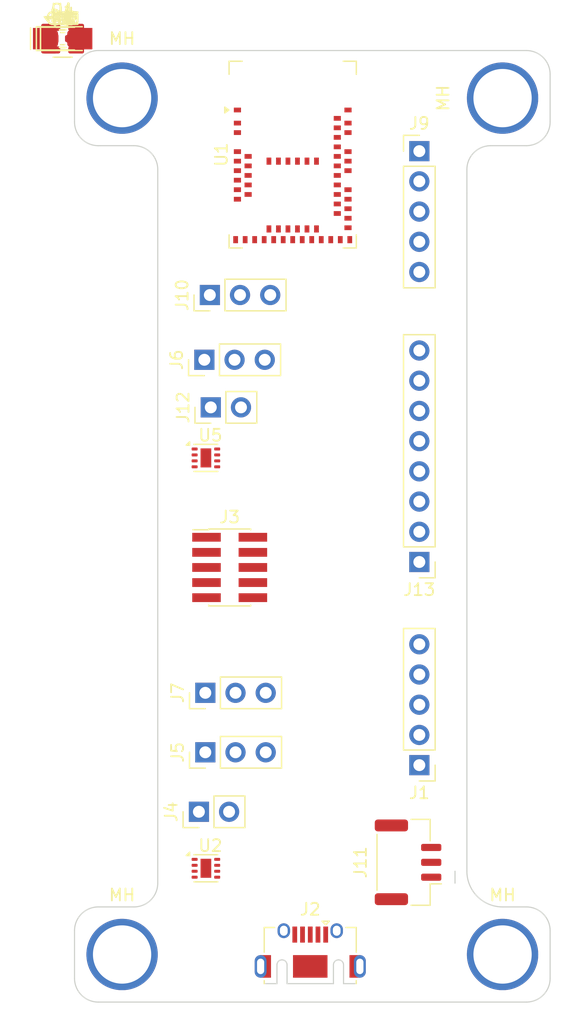
<source format=kicad_pcb>
(kicad_pcb (version 20240108) (generator "pcbnew") (generator_version "8.0")
  (layers (0 "F.Cu" signal) (31 "B.Cu" signal) (34 "B.Paste" user) (35 "F.Paste" user) (36 "B.SilkS" user "B.Silkscreen") (37 "F.SilkS" user "F.Silkscreen") (38 "B.Mask" user) (39 "F.Mask" user) (44 "Edge.Cuts" user))
  (net 0 "")
  (net 1 "VBUS")
  (net 2 "GND")
  (net 3 "/XL1")
  (net 4 "/XL2")
  (net 5 "+3.3V")
  (net 6 "VCC")
  (net 7 "/AREF")
  (net 8 "Net-(D4-K)")
  (net 9 "Net-(D1-A)")
  (net 10 "Net-(D2-A)")
  (net 11 "Net-(D3-A)")
  (net 12 "Net-(J1-Pin_1)")
  (net 13 "Net-(J1-Pin_2)")
  (net 14 "Net-(J1-Pin_3)")
  (net 15 "Net-(J1-Pin_4)")
  (net 16 "Net-(J1-Pin_5)")
  (net 17 "Net-(J2-D-)")
  (net 18 "Net-(J2-D+)")
  (net 20 "/SWDIO")
  (net 21 "/SWDCLK")
  (net 22 "/SWO")
  (net 25 "/~{RESET}")
  (net 26 "Net-(J4-Pin_1)")
  (net 27 "Net-(J4-Pin_2)")
  (net 28 "/P0.14")
  (net 29 "/P0.15")
  (net 30 "/P0.16")
  (net 31 "/P0.17")
  (net 32 "Net-(J12-Pin_1)")
  (net 33 "Net-(J12-Pin_2)")
  (net 34 "Net-(U1-DCCH)")
  (net 35 "/P1.13")
  (net 36 "/P1.14")
  (net 37 "/P1.15")
  (net 38 "/D-")
  (net 39 "/D+")
  (net 40 "Net-(U4-EN)")
  (net 44 "Net-(J1-Pin_6)")
  (net 46 "/P0.27")
  (net 47 "/P0.26")
  (net 57 "/P0.23")
  (net 58 "/P0.22")
  (net 59 "/P0.24")
  (net 60 "/P0.25")
  (net 61 "Net-(J13-Pin_4)")
  (net 64 "Net-(J13-Pin_5)")
  (net 65 "Net-(J13-Pin_2)")
  (net 67 "Net-(J13-Pin_1)")
  (net 68 "Net-(J13-Pin_6)")
  (net 69 "Net-(J13-Pin_3)")
  (footprint "Connector_PinHeader_2.54mm:PinHeader_1x03_P2.54mm_Vertical" (layer "F.Cu") (at 106.92 64 90)
    (property "Reference" "J6" (at 0 -2.33 90) (layer "F.SilkS"))
    (property "Value" "SERVO2")
    (pad "1" thru_hole rect (at 0 0 90) (size 1.7 1.7) (drill 1) (layers "*.Cu" "*.Mask") (net 29 "/P0.15"))
    (pad "2" thru_hole oval (at 0 2.54 90) (size 1.7 1.7) (drill 1) (layers "*.Cu" "*.Mask") (net 6 "VCC"))
    (pad "3" thru_hole oval (at 0 5.08 90) (size 1.7 1.7) (drill 1) (layers "*.Cu" "*.Mask") (net 2 "GND"))
  )
  (footprint "Connector_JST:JST_GH_BM03B-GHS-TBT_1x03-1MP_P1.25mm_Vertical" (layer "F.Cu") (at 124.05 106.25 90)
    (property "Reference" "J11" (at 0 -4 90) (layer "F.SilkS"))
    (property "Value" "Conn_01x03")
    (pad "1" smd roundrect (at -1.25 1.95 90) (size 0.6 1.7) (layers "F.Cu" "F.Paste" "F.Mask") (net 1 "VBUS"))
    (pad "2" smd roundrect (at 0 1.95 90) (size 0.6 1.7) (layers "F.Cu" "F.Paste" "F.Mask"))
    (pad "3" smd roundrect (at 1.25 1.95 90) (size 0.6 1.7) (layers "F.Cu" "F.Paste" "F.Mask") (net 2 "GND"))
    (pad "MP" smd roundrect (at -3.1 -1.4 90) (size 1 2.8) (layers "F.Cu" "F.Paste" "F.Mask"))
    (pad "MP" smd roundrect (at 3.1 -1.4 90) (size 1 2.8) (layers "F.Cu" "F.Paste" "F.Mask"))
  )
  (footprint "Capacitor_SMD:C_0805_2012Metric_Pad1.18x1.45mm_HandSolder" (layer "F.Cu") (at 95 37)
    (property "Reference" "C6" (at 0 -1.68 0) (layer "F.SilkS"))
    (property "Value" "0.1 uF")
    (pad "1" smd roundrect (at -1.0375 0) (size 1.175 1.45) (layers "F.Cu" "F.Paste" "F.Mask") (roundrect_rratio 0.212766) (net 5 "+3.3V"))
    (pad "2" smd roundrect (at 1.0375 0) (size 1.175 1.45) (layers "F.Cu" "F.Paste" "F.Mask") (roundrect_rratio 0.212766) (net 2 "GND"))
  )
  (footprint "Connector_PinHeader_2.54mm:PinHeader_1x02_P2.54mm_Vertical" (layer "F.Cu") (at 106.46 102 90)
    (property "Reference" "J4" (at 0 -2.33 90) (layer "F.SilkS"))
    (property "Value" "MOTOR2")
    (pad "1" thru_hole rect (at 0 0 90) (size 1.7 1.7) (drill 1) (layers "*.Cu" "*.Mask") (net 26 "Net-(J4-Pin_1)"))
    (pad "2" thru_hole oval (at 0 2.54 90) (size 1.7 1.7) (drill 1) (layers "*.Cu" "*.Mask") (net 27 "Net-(J4-Pin_2)"))
  )
  (footprint "Capacitor_SMD:C_0805_2012Metric_Pad1.18x1.45mm_HandSolder" (layer "F.Cu") (at 95 37)
    (property "Reference" "C8" (at 0 -1.68 0) (layer "F.SilkS"))
    (property "Value" "10 uF")
    (pad "1" smd roundrect (at -1.0375 0) (size 1.175 1.45) (layers "F.Cu" "F.Paste" "F.Mask") (roundrect_rratio 0.212766) (net 1 "VBUS"))
    (pad "2" smd roundrect (at 1.0375 0) (size 1.175 1.45) (layers "F.Cu" "F.Paste" "F.Mask") (roundrect_rratio 0.212766) (net 2 "GND"))
  )
  (footprint "Connector_PinHeader_2.54mm:PinHeader_1x03_P2.54mm_Vertical" (layer "F.Cu") (at 107 92 90)
    (property "Reference" "J7" (at 0 -2.33 90) (layer "F.SilkS"))
    (property "Value" "SERVO3")
    (pad "1" thru_hole rect (at 0 0 90) (size 1.7 1.7) (drill 1) (layers "*.Cu" "*.Mask") (net 30 "/P0.16"))
    (pad "2" thru_hole oval (at 0 2.54 90) (size 1.7 1.7) (drill 1) (layers "*.Cu" "*.Mask") (net 6 "VCC"))
    (pad "3" thru_hole oval (at 0 5.08 90) (size 1.7 1.7) (drill 1) (layers "*.Cu" "*.Mask") (net 2 "GND"))
  )
  (footprint "Capacitor_SMD:C_0805_2012Metric_Pad1.18x1.45mm_HandSolder" (layer "F.Cu") (at 95 37)
    (property "Reference" "C12" (at 0 -1.68 0) (layer "F.SilkS"))
    (property "Value" "10 uF")
    (pad "1" smd roundrect (at -1.0375 0) (size 1.175 1.45) (layers "F.Cu" "F.Paste" "F.Mask") (roundrect_rratio 0.212766) (net 8 "Net-(D4-K)"))
    (pad "2" smd roundrect (at 1.0375 0) (size 1.175 1.45) (layers "F.Cu" "F.Paste" "F.Mask") (roundrect_rratio 0.212766) (net 2 "GND"))
  )
  (footprint "Connector_PinHeader_1.27mm:PinHeader_2x05_P1.27mm_Vertical_SMD" (layer "F.Cu") (at 109.05 81.46)
    (property "Reference" "J3" (at 0 -4.235 0) (layer "F.SilkS"))
    (property "Value" "Conn_ARM_JTAG_SWD_10")
    (pad "1" smd rect (at -1.95 -2.54) (size 2.4 0.74) (layers "F.Cu" "F.Paste" "F.Mask") (net 5 "+3.3V"))
    (pad "2" smd rect (at 1.95 -2.54) (size 2.4 0.74) (layers "F.Cu" "F.Paste" "F.Mask") (net 20 "/SWDIO"))
    (pad "3" smd rect (at -1.95 -1.27) (size 2.4 0.74) (layers "F.Cu" "F.Paste" "F.Mask") (net 2 "GND"))
    (pad "4" smd rect (at 1.95 -1.27) (size 2.4 0.74) (layers "F.Cu" "F.Paste" "F.Mask") (net 21 "/SWDCLK"))
    (pad "5" smd rect (at -1.95 0) (size 2.4 0.74) (layers "F.Cu" "F.Paste" "F.Mask") (net 2 "GND"))
    (pad "6" smd rect (at 1.95 0) (size 2.4 0.74) (layers "F.Cu" "F.Paste" "F.Mask") (net 22 "/SWO"))
    (pad "7" smd rect (at -1.95 1.27) (size 2.4 0.74) (layers "F.Cu" "F.Paste" "F.Mask"))
    (pad "8" smd rect (at 1.95 1.27) (size 2.4 0.74) (layers "F.Cu" "F.Paste" "F.Mask"))
    (pad "9" smd rect (at -1.95 2.54) (size 2.4 0.74) (layers "F.Cu" "F.Paste" "F.Mask") (net 2 "GND"))
    (pad "10" smd rect (at 1.95 2.54) (size 2.4 0.74) (layers "F.Cu" "F.Paste" "F.Mask") (net 25 "/~{RESET}"))
  )
  (footprint "Resistor_SMD:R_0805_2012Metric_Pad1.20x1.40mm_HandSolder" (layer "F.Cu") (at 95 37)
    (property "Reference" "R3" (at 0 -1.65 0) (layer "F.SilkS"))
    (property "Value" "1.5k")
    (pad "1" smd roundrect (at -1 0) (size 1.2 1.4) (layers "F.Cu" "F.Paste" "F.Mask") (roundrect_rratio 0.208333) (net 37 "/P1.15"))
    (pad "2" smd roundrect (at 1 0) (size 1.2 1.4) (layers "F.Cu" "F.Paste" "F.Mask") (roundrect_rratio 0.208333) (net 11 "Net-(D3-A)"))
  )
  (footprint "Connector_PinHeader_2.54mm:PinHeader_1x05_P2.54mm_Vertical" (layer "F.Cu") (at 125 98.08 180)
    (property "Reference" "J1" (at 0 -2.33 0) (layer "F.SilkS"))
    (property "Value" "Conn_01x06")
    (pad "1" thru_hole rect (at 0 0 180) (size 1.7 1.7) (drill 1) (layers "*.Cu" "*.Mask") (net 12 "Net-(J1-Pin_1)"))
    (pad "2" thru_hole oval (at 0 2.54 180) (size 1.7 1.7) (drill 1) (layers "*.Cu" "*.Mask") (net 13 "Net-(J1-Pin_2)"))
    (pad "3" thru_hole oval (at 0 5.08 180) (size 1.7 1.7) (drill 1) (layers "*.Cu" "*.Mask") (net 14 "Net-(J1-Pin_3)"))
    (pad "4" thru_hole oval (at 0 7.62 180) (size 1.7 1.7) (drill 1) (layers "*.Cu" "*.Mask") (net 15 "Net-(J1-Pin_4)"))
    (pad "5" thru_hole oval (at 0 10.16 180) (size 1.7 1.7) (drill 1) (layers "*.Cu" "*.Mask") (net 16 "Net-(J1-Pin_5)"))
  )
  (footprint "LED_SMD:LED_0805_2012Metric_Pad1.15x1.40mm_HandSolder" (layer "F.Cu") (at 95 37)
    (property "Reference" "D3" (at 0 -1.65 0) (layer "F.SilkS"))
    (property "Value" "LED")
    (pad "1" smd roundrect (at -1.025 0) (size 1.15 1.4) (layers "F.Cu" "F.Paste" "F.Mask") (roundrect_rratio 0.217391) (net 2 "GND"))
    (pad "2" smd roundrect (at 1.025 0) (size 1.15 1.4) (layers "F.Cu" "F.Paste" "F.Mask") (roundrect_rratio 0.217391) (net 11 "Net-(D3-A)"))
  )
  (footprint "Crystal:Crystal_SMD_MicroCrystal_CC7V-T1A-2Pin_3.2x1.5mm_HandSoldering" (layer "F.Cu") (at 95 37)
    (property "Reference" "Y1" (at 0 -1.95 0) (layer "F.SilkS"))
    (property "Value" "32768 KHz")
    (pad "1" smd rect (at -1.625 0) (size 1.75 1.8) (layers "F.Cu" "F.Paste" "F.Mask") (net 4 "/XL2"))
    (pad "2" smd rect (at 1.625 0) (size 1.75 1.8) (layers "F.Cu" "F.Paste" "F.Mask") (net 3 "/XL1"))
  )
  (footprint "Connector_PinHeader_2.54mm:PinHeader_1x08_P2.54mm_Vertical" (layer "F.Cu") (at 125 81 180)
    (property "Reference" "J13" (at 0 -2.33 0) (layer "F.SilkS"))
    (property "Value" "GPIO")
    (pad "1" thru_hole rect (at 0 0 180) (size 1.7 1.7) (drill 1) (layers "*.Cu" "*.Mask") (net 67 "Net-(J13-Pin_1)"))
    (pad "2" thru_hole oval (at 0 2.54 180) (size 1.7 1.7) (drill 1) (layers "*.Cu" "*.Mask") (net 65 "Net-(J13-Pin_2)"))
    (pad "3" thru_hole oval (at 0 5.08 180) (size 1.7 1.7) (drill 1) (layers "*.Cu" "*.Mask") (net 69 "Net-(J13-Pin_3)"))
    (pad "4" thru_hole oval (at 0 7.62 180) (size 1.7 1.7) (drill 1) (layers "*.Cu" "*.Mask") (net 61 "Net-(J13-Pin_4)"))
    (pad "5" thru_hole oval (at 0 10.16 180) (size 1.7 1.7) (drill 1) (layers "*.Cu" "*.Mask") (net 64 "Net-(J13-Pin_5)"))
    (pad "6" thru_hole oval (at 0 12.7 180) (size 1.7 1.7) (drill 1) (layers "*.Cu" "*.Mask") (net 68 "Net-(J13-Pin_6)"))
    (pad "7" thru_hole oval (at 0 15.24 180) (size 1.7 1.7) (drill 1) (layers "*.Cu" "*.Mask") (net 2 "GND"))
    (pad "8" thru_hole oval (at 0 17.78 180) (size 1.7 1.7) (drill 1) (layers "*.Cu" "*.Mask") (net 5 "+3.3V"))
  )
  (footprint "Capacitor_SMD:C_0805_2012Metric_Pad1.18x1.45mm_HandSolder" (layer "F.Cu") (at 95 37)
    (property "Reference" "C9" (at 0 -1.68 0) (layer "F.SilkS"))
    (property "Value" "0.1 uF")
    (pad "1" smd roundrect (at -1.0375 0) (size 1.175 1.45) (layers "F.Cu" "F.Paste" "F.Mask") (roundrect_rratio 0.212766) (net 5 "+3.3V"))
    (pad "2" smd roundrect (at 1.0375 0) (size 1.175 1.45) (layers "F.Cu" "F.Paste" "F.Mask") (roundrect_rratio 0.212766) (net 2 "GND"))
  )
  (footprint "LED_SMD:LED_0805_2012Metric_Pad1.15x1.40mm_HandSolder" (layer "F.Cu") (at 95 37)
    (property "Reference" "D1" (at 0 -1.65 0) (layer "F.SilkS"))
    (property "Value" "LED")
    (pad "1" smd roundrect (at -1.025 0) (size 1.15 1.4) (layers "F.Cu" "F.Paste" "F.Mask") (roundrect_rratio 0.217391) (net 2 "GND"))
    (pad "2" smd roundrect (at 1.025 0) (size 1.15 1.4) (layers "F.Cu" "F.Paste" "F.Mask") (roundrect_rratio 0.217391) (net 9 "Net-(D1-A)"))
  )
  (footprint "Brickmount:brick-1x1" (layer "F.Cu") (at 132 42 90)
    (property "Reference" "MH" (at 0 -5 90) (layer "F.SilkS"))
    (property "Value" "brick-1x1")
    (pad "1" thru_hole circle (at 0 0 90) (size 6 6) (drill 4.9) (layers "*.Cu" "*.Mask"))
  )
  (footprint "Capacitor_SMD:C_0805_2012Metric_Pad1.18x1.45mm_HandSolder" (layer "F.Cu") (at 95 37)
    (property "Reference" "C3" (at 0 -1.68 0) (layer "F.SilkS"))
    (property "Value" "0.1 uF")
    (pad "1" smd roundrect (at -1.0375 0) (size 1.175 1.45) (layers "F.Cu" "F.Paste" "F.Mask") (roundrect_rratio 0.212766) (net 5 "+3.3V"))
    (pad "2" smd roundrect (at 1.0375 0) (size 1.175 1.45) (layers "F.Cu" "F.Paste" "F.Mask") (roundrect_rratio 0.212766) (net 2 "GND"))
  )
  (footprint "Brickmount:brick-1x1" (layer "F.Cu") (at 100 42)
    (property "Reference" "MH" (at 0 -5 0) (layer "F.SilkS"))
    (property "Value" "brick-1x1")
    (pad "1" thru_hole circle (at 0 0) (size 6 6) (drill 4.9) (layers "*.Cu" "*.Mask"))
  )
  (footprint "Package_SON:WSON-8-1EP_2x2mm_P0.5mm_EP0.9x1.6mm" (layer "F.Cu") (at 107.05 106.75)
    (property "Reference" "U2" (at 0.38 -1.9 0) (layer "F.SilkS"))
    (property "Value" "MOTOR2_DRV")
    (pad "1" smd roundrect (at -0.95 -0.75) (size 0.5 0.25) (layers "F.Cu" "F.Paste" "F.Mask") (net 6 "VCC"))
    (pad "2" smd roundrect (at -0.95 -0.25) (size 0.5 0.25) (layers "F.Cu" "F.Paste" "F.Mask") (net 26 "Net-(J4-Pin_1)"))
    (pad "3" smd roundrect (at -0.95 0.25) (size 0.5 0.25) (layers "F.Cu" "F.Paste" "F.Mask") (net 27 "Net-(J4-Pin_2)"))
    (pad "4" smd roundrect (at -0.95 0.75) (size 0.5 0.25) (layers "F.Cu" "F.Paste" "F.Mask") (net 2 "GND"))
    (pad "5" smd roundrect (at 0.95 0.75) (size 0.5 0.25) (layers "F.Cu" "F.Paste" "F.Mask") (net 46 "/P0.27"))
    (pad "6" smd roundrect (at 0.95 0.25) (size 0.5 0.25) (layers "F.Cu" "F.Paste" "F.Mask") (net 47 "/P0.26"))
    (pad "7" smd roundrect (at 0.95 -0.25) (size 0.5 0.25) (layers "F.Cu" "F.Paste" "F.Mask") (net 60 "/P0.25"))
    (pad "8" smd roundrect (at 0.95 -0.75) (size 0.5 0.25) (layers "F.Cu" "F.Paste" "F.Mask") (net 5 "+3.3V"))
    (pad "9" smd rect (at 0 0) (size 0.9 1.6) (layers "F.Cu" "F.Mask") (net 2 "GND"))
  )
  (footprint "Capacitor_SMD:C_0805_2012Metric_Pad1.18x1.45mm_HandSolder" (layer "F.Cu") (at 95 37)
    (property "Reference" "C11" (at 0 -1.68 0) (layer "F.SilkS"))
    (property "Value" "0.1 uF")
    (pad "1" smd roundrect (at -1.0375 0) (size 1.175 1.45) (layers "F.Cu" "F.Paste" "F.Mask") (roundrect_rratio 0.212766) (net 7 "/AREF"))
    (pad "2" smd roundrect (at 1.0375 0) (size 1.175 1.45) (layers "F.Cu" "F.Paste" "F.Mask") (roundrect_rratio 0.212766) (net 2 "GND"))
  )
  (footprint "LED_SMD:LED_0805_2012Metric_Pad1.15x1.40mm_HandSolder" (layer "F.Cu") (at 95 37)
    (property "Reference" "D2" (at 0 -1.65 0) (layer "F.SilkS"))
    (property "Value" "LED")
    (pad "1" smd roundrect (at -1.025 0) (size 1.15 1.4) (layers "F.Cu" "F.Paste" "F.Mask") (roundrect_rratio 0.217391) (net 2 "GND"))
    (pad "2" smd roundrect (at 1.025 0) (size 1.15 1.4) (layers "F.Cu" "F.Paste" "F.Mask") (roundrect_rratio 0.217391) (net 10 "Net-(D2-A)"))
  )
  (footprint "Resistor_SMD:R_0805_2012Metric_Pad1.20x1.40mm_HandSolder" (layer "F.Cu") (at 95 37)
    (property "Reference" "R6" (at 0 -1.65 0) (layer "F.SilkS"))
    (property "Value" "100k")
    (pad "1" smd roundrect (at -1 0) (size 1.2 1.4) (layers "F.Cu" "F.Paste" "F.Mask") (roundrect_rratio 0.208333) (net 1 "VBUS"))
    (pad "2" smd roundrect (at 1 0) (size 1.2 1.4) (layers "F.Cu" "F.Paste" "F.Mask") (roundrect_rratio 0.208333) (net 2 "GND"))
  )
  (footprint "Capacitor_SMD:C_0805_2012Metric_Pad1.18x1.45mm_HandSolder" (layer "F.Cu") (at 95 37)
    (property "Reference" "C7" (at 0 -1.68 0) (layer "F.SilkS"))
    (property "Value" "0.1 uF")
    (pad "1" smd roundrect (at -1.0375 0) (size 1.175 1.45) (layers "F.Cu" "F.Paste" "F.Mask") (roundrect_rratio 0.212766) (net 6 "VCC"))
    (pad "2" smd roundrect (at 1.0375 0) (size 1.175 1.45) (layers "F.Cu" "F.Paste" "F.Mask") (roundrect_rratio 0.212766) (net 2 "GND"))
  )
  (footprint "Capacitor_SMD:C_0805_2012Metric_Pad1.18x1.45mm_HandSolder" (layer "F.Cu") (at 95 37)
    (property "Reference" "C10" (at 0 -1.68 0) (layer "F.SilkS"))
    (property "Value" "0.1 uF")
    (pad "1" smd roundrect (at -1.0375 0) (size 1.175 1.45) (layers "F.Cu" "F.Paste" "F.Mask") (roundrect_rratio 0.212766) (net 5 "+3.3V"))
    (pad "2" smd roundrect (at 1.0375 0) (size 1.175 1.45) (layers "F.Cu" "F.Paste" "F.Mask") (roundrect_rratio 0.212766) (net 2 "GND"))
  )
  (footprint "Connector_USB:USB_Micro-AB_Molex_47590-0001" (layer "F.Cu") (at 115.825 115)
    (property "Reference" "J2" (at 0 -4.8 180) (layer "F.SilkS"))
    (property "Value" "USB_B_Micro")
    (fp_line (start -3.75 1.45) (end -2.8 1.45) (stroke (width 0.1)) (layer "Edge.Cuts"))
    (fp_line (start -2.8 -0.125) (end -2.8 1.45) (stroke (width 0.1)) (layer "Edge.Cuts"))
    (fp_line (start -1.95 -0.125) (end -1.95 1.45) (stroke (width 0.1)) (layer "Edge.Cuts"))
    (fp_line (start -1.95 1.45) (end 1.95 1.45) (stroke (width 0.1)) (layer "Edge.Cuts"))
    (fp_line (start 1.95 -0.125) (end 1.95 1.45) (stroke (width 0.1)) (layer "Edge.Cuts"))
    (fp_line (start 2.8 -0.125) (end 2.8 1.45) (stroke (width 0.1)) (layer "Edge.Cuts"))
    (fp_line (start 2.8 1.45) (end 3.75 1.45) (stroke (width 0.1)) (layer "Edge.Cuts"))
    (fp_arc (start -2.8 -0.125) (mid -2.375 -0.55) (end -1.95 -0.125) (stroke (width 0.1)) (layer "Edge.Cuts"))
    (fp_arc (start 1.95 -0.125) (mid 2.375 -0.55) (end 2.8 -0.125) (stroke (width 0.1)) (layer "Edge.Cuts"))
    (pad "1" smd rect (at 1.3 -2.675) (size 0.4 1.35) (layers "F.Cu" "F.Paste" "F.Mask") (net 1 "VBUS"))
    (pad "2" smd rect (at 0.65 -2.675) (size 0.4 1.35) (layers "F.Cu" "F.Paste" "F.Mask") (net 17 "Net-(J2-D-)"))
    (pad "3" smd rect (at 0 -2.675) (size 0.4 1.35) (layers "F.Cu" "F.Paste" "F.Mask") (net 18 "Net-(J2-D+)"))
    (pad "4" smd rect (at -0.65 -2.675) (size 0.4 1.35) (layers "F.Cu" "F.Paste" "F.Mask"))
    (pad "5" smd rect (at -1.3 -2.675) (size 0.4 1.35) (layers "F.Cu" "F.Paste" "F.Mask") (net 2 "GND"))
    (pad "6" thru_hole oval (at -4.175 0) (size 1 1.9) (drill oval 0.6 1.3) (layers "*.Cu" "*.Mask") (net 2 "GND"))
    (pad "6" smd rect (at -3.7375 0) (size 0.875 1.9) (layers "F.Cu" "F.Mask") (net 2 "GND"))
    (pad "6" thru_hole oval (at -2.225 -3) (size 1.05 1.25) (drill oval 0.65 0.85) (layers "*.Cu" "*.Mask") (net 2 "GND"))
    (pad "6" smd rect (at 0 0) (size 2.9 1.9) (layers "F.Cu" "F.Paste" "F.Mask") (net 2 "GND"))
    (pad "6" thru_hole oval (at 2.225 -3) (size 1.05 1.25) (drill oval 0.65 0.85) (layers "*.Cu" "*.Mask") (net 2 "GND"))
    (pad "6" smd rect (at 3.7375 0) (size 0.875 1.9) (layers "F.Cu" "F.Mask") (net 2 "GND"))
    (pad "6" thru_hole oval (at 4.175 0) (size 1 1.9) (drill oval 0.6 1.3) (layers "*.Cu" "*.Mask") (net 2 "GND"))
  )
  (footprint "Resistor_SMD:R_0805_2012Metric_Pad1.20x1.40mm_HandSolder" (layer "F.Cu") (at 95 37)
    (property "Reference" "R4" (at 0 -1.65 0) (layer "F.SilkS"))
    (property "Value" "27R")
    (pad "1" smd roundrect (at -1 0) (size 1.2 1.4) (layers "F.Cu" "F.Paste" "F.Mask") (roundrect_rratio 0.208333) (net 17 "Net-(J2-D-)"))
    (pad "2" smd roundrect (at 1 0) (size 1.2 1.4) (layers "F.Cu" "F.Paste" "F.Mask") (roundrect_rratio 0.208333) (net 38 "/D-"))
  )
  (footprint "Package_TO_SOT_SMD:SOT-23-5" (layer "F.Cu") (at 95 37)
    (property "Reference" "U4" (at 0 -2.4 0) (layer "F.SilkS"))
    (property "Value" "AP2112K-3.3")
    (pad "1" smd roundrect (at -1.1375 -0.95) (size 1.325 0.6) (layers "F.Cu" "F.Paste" "F.Mask") (net 8 "Net-(D4-K)"))
    (pad "2" smd roundrect (at -1.1375 0) (size 1.325 0.6) (layers "F.Cu" "F.Paste" "F.Mask") (net 2 "GND"))
    (pad "3" smd roundrect (at -1.1375 0.95) (size 1.325 0.6) (layers "F.Cu" "F.Paste" "F.Mask") (net 40 "Net-(U4-EN)"))
    (pad "4" smd roundrect (at 1.1375 0.95) (size 1.325 0.6) (layers "F.Cu" "F.Paste" "F.Mask"))
    (pad "5" smd roundrect (at 1.1375 -0.95) (size 1.325 0.6) (layers "F.Cu" "F.Paste" "F.Mask") (net 5 "+3.3V"))
  )
  (footprint "Inductor_SMD:L_0603_1608Metric_Pad1.05x0.95mm_HandSolder" (layer "F.Cu") (at 95 37)
    (property "Reference" "L1" (at 0 -1.43 0) (layer "F.SilkS"))
    (property "Value" "10 uH")
    (pad "1" smd roundrect (at -0.875 0) (size 1.05 0.95) (layers "F.Cu" "F.Paste" "F.Mask") (net 34 "Net-(U1-DCCH)"))
    (pad "2" smd roundrect (at 0.875 0) (size 1.05 0.95) (layers "F.Cu" "F.Paste" "F.Mask") (net 5 "+3.3V"))
  )
  (footprint "Capacitor_SMD:C_0805_2012Metric_Pad1.18x1.45mm_HandSolder" (layer "F.Cu") (at 95 37)
    (property "Reference" "C1" (at 0 -1.68 0) (layer "F.SilkS"))
    (property "Value" "12 pF")
    (pad "1" smd roundrect (at -1.0375 0) (size 1.175 1.45) (layers "F.Cu" "F.Paste" "F.Mask") (roundrect_rratio 0.212766) (net 3 "/XL1"))
    (pad "2" smd roundrect (at 1.0375 0) (size 1.175 1.45) (layers "F.Cu" "F.Paste" "F.Mask") (roundrect_rratio 0.212766) (net 2 "GND"))
  )
  (footprint "Capacitor_SMD:C_0805_2012Metric_Pad1.18x1.45mm_HandSolder" (layer "F.Cu") (at 95 37)
    (property "Reference" "C5" (at 0 -1.68 0) (layer "F.SilkS"))
    (property "Value" "10 uF")
    (pad "1" smd roundrect (at -1.0375 0) (size 1.175 1.45) (layers "F.Cu" "F.Paste" "F.Mask") (roundrect_rratio 0.212766) (net 5 "+3.3V"))
    (pad "2" smd roundrect (at 1.0375 0) (size 1.175 1.45) (layers "F.Cu" "F.Paste" "F.Mask") (roundrect_rratio 0.212766) (net 2 "GND"))
  )
  (footprint "Package_SON:WSON-8-1EP_2x2mm_P0.5mm_EP0.9x1.6mm" (layer "F.Cu") (at 107.05 72.25)
    (property "Reference" "U5" (at 0.38 -1.9 0) (layer "F.SilkS"))
    (property "Value" "MOTOR1_DRV")
    (pad "1" smd roundrect (at -0.95 -0.75) (size 0.5 0.25) (layers "F.Cu" "F.Paste" "F.Mask") (net 6 "VCC"))
    (pad "2" smd roundrect (at -0.95 -0.25) (size 0.5 0.25) (layers "F.Cu" "F.Paste" "F.Mask") (net 32 "Net-(J12-Pin_1)"))
    (pad "3" smd roundrect (at -0.95 0.25) (size 0.5 0.25) (layers "F.Cu" "F.Paste" "F.Mask") (net 33 "Net-(J12-Pin_2)"))
    (pad "4" smd roundrect (at -0.95 0.75) (size 0.5 0.25) (layers "F.Cu" "F.Paste" "F.Mask") (net 2 "GND"))
    (pad "5" smd roundrect (at 0.95 0.75) (size 0.5 0.25) (layers "F.Cu" "F.Paste" "F.Mask") (net 59 "/P0.24"))
    (pad "6" smd roundrect (at 0.95 0.25) (size 0.5 0.25) (layers "F.Cu" "F.Paste" "F.Mask") (net 57 "/P0.23"))
    (pad "7" smd roundrect (at 0.95 -0.25) (size 0.5 0.25) (layers "F.Cu" "F.Paste" "F.Mask") (net 58 "/P0.22"))
    (pad "8" smd roundrect (at 0.95 -0.75) (size 0.5 0.25) (layers "F.Cu" "F.Paste" "F.Mask") (net 5 "+3.3V"))
    (pad "9" smd rect (at 0 0) (size 0.9 1.6) (layers "F.Cu" "F.Mask") (net 2 "GND"))
  )
  (footprint "Package_TO_SOT_SMD:SOT-23" (layer "F.Cu") (at 95 37)
    (property "Reference" "Q1" (at 0 -2.4 0) (layer "F.SilkS"))
    (property "Value" "DMG2305")
    (pad "1" smd roundrect (at -0.9375 -0.95) (size 1.475 0.6) (layers "F.Cu" "F.Paste" "F.Mask") (net 1 "VBUS"))
    (pad "2" smd roundrect (at -0.9375 0.95) (size 1.475 0.6) (layers "F.Cu" "F.Paste" "F.Mask") (net 8 "Net-(D4-K)"))
    (pad "3" smd roundrect (at 0.9375 0) (size 1.475 0.6) (layers "F.Cu" "F.Paste" "F.Mask") (net 1 "VBUS"))
  )
  (footprint "Resistor_SMD:R_0805_2012Metric_Pad1.20x1.40mm_HandSolder" (layer "F.Cu") (at 95 37)
    (property "Reference" "R2" (at 0 -1.65 0) (layer "F.SilkS"))
    (property "Value" "1.5k")
    (pad "1" smd roundrect (at -1 0) (size 1.2 1.4) (layers "F.Cu" "F.Paste" "F.Mask") (roundrect_rratio 0.208333) (net 36 "/P1.14"))
    (pad "2" smd roundrect (at 1 0) (size 1.2 1.4) (layers "F.Cu" "F.Paste" "F.Mask") (roundrect_rratio 0.208333) (net 10 "Net-(D2-A)"))
  )
  (footprint "Connector_PinHeader_2.54mm:PinHeader_1x03_P2.54mm_Vertical" (layer "F.Cu") (at 107 97 90)
    (property "Reference" "J5" (at 0 -2.33 90) (layer "F.SilkS"))
    (property "Value" "SERVO1")
    (pad "1" thru_hole rect (at 0 0 90) (size 1.7 1.7) (drill 1) (layers "*.Cu" "*.Mask") (net 28 "/P0.14"))
    (pad "2" thru_hole oval (at 0 2.54 90) (size 1.7 1.7) (drill 1) (layers "*.Cu" "*.Mask") (net 6 "VCC"))
    (pad "3" thru_hole oval (at 0 5.08 90) (size 1.7 1.7) (drill 1) (layers "*.Cu" "*.Mask") (net 2 "GND"))
  )
  (footprint "Connector_PinHeader_2.54mm:PinHeader_1x03_P2.54mm_Vertical" (layer "F.Cu") (at 107.38 58.555 90)
    (property "Reference" "J10" (at 0 -2.33 90) (layer "F.SilkS"))
    (property "Value" "SERVO4")
    (pad "1" thru_hole rect (at 0 0 90) (size 1.7 1.7) (drill 1) (layers "*.Cu" "*.Mask") (net 31 "/P0.17"))
    (pad "2" thru_hole oval (at 0 2.54 90) (size 1.7 1.7) (drill 1) (layers "*.Cu" "*.Mask") (net 6 "VCC"))
    (pad "3" thru_hole oval (at 0 5.08 90) (size 1.7 1.7) (drill 1) (layers "*.Cu" "*.Mask") (net 2 "GND"))
  )
  (footprint "Brickmount:brick-1x1" (layer "F.Cu") (at 100 114)
    (property "Reference" "MH" (at 0 -5 0) (layer "F.SilkS"))
    (property "Value" "brick-1x1")
    (pad "1" thru_hole circle (at 0 0) (size 6 6) (drill 4.9) (layers "*.Cu" "*.Mask"))
  )
  (footprint "Brickmount:brick-1x1" (layer "F.Cu") (at 132 114)
    (property "Reference" "MH" (at 0 -5 0) (layer "F.SilkS"))
    (property "Value" "brick-1x1")
    (pad "1" thru_hole circle (at 0 0) (size 6 6) (drill 4.9) (layers "*.Cu" "*.Mask"))
  )
  (footprint "Connector_PinHeader_2.54mm:PinHeader_1x05_P2.54mm_Vertical" (layer "F.Cu") (at 125 46.46)
    (property "Reference" "J9" (at 0 -2.33 0) (layer "F.SilkS"))
    (property "Value" "POWER")
    (pad "1" thru_hole rect (at 0 0) (size 1.7 1.7) (drill 1) (layers "*.Cu" "*.Mask") (net 6 "VCC"))
    (pad "2" thru_hole oval (at 0 2.54) (size 1.7 1.7) (drill 1) (layers "*.Cu" "*.Mask") (net 1 "VBUS"))
    (pad "3" thru_hole oval (at 0 5.08) (size 1.7 1.7) (drill 1) (layers "*.Cu" "*.Mask") (net 2 "GND"))
    (pad "4" thru_hole oval (at 0 7.62) (size 1.7 1.7) (drill 1) (layers "*.Cu" "*.Mask") (net 5 "+3.3V"))
    (pad "5" thru_hole oval (at 0 10.16) (size 1.7 1.7) (drill 1) (layers "*.Cu" "*.Mask") (net 1 "VBUS"))
  )
  (footprint "Connector_PinHeader_2.54mm:PinHeader_1x02_P2.54mm_Vertical" (layer "F.Cu") (at 107.46 68 90)
    (property "Reference" "J12" (at 0 -2.33 90) (layer "F.SilkS"))
    (property "Value" "MOTOR1")
    (pad "1" thru_hole rect (at 0 0 90) (size 1.7 1.7) (drill 1) (layers "*.Cu" "*.Mask") (net 32 "Net-(J12-Pin_1)"))
    (pad "2" thru_hole oval (at 0 2.54 90) (size 1.7 1.7) (drill 1) (layers "*.Cu" "*.Mask") (net 33 "Net-(J12-Pin_2)"))
  )
  (footprint "Capacitor_SMD:C_0805_2012Metric_Pad1.18x1.45mm_HandSolder" (layer "F.Cu") (at 95 37)
    (property "Reference" "C4" (at 0 -1.68 0) (layer "F.SilkS"))
    (property "Value" "0.1 uF")
    (pad "1" smd roundrect (at -1.0375 0) (size 1.175 1.45) (layers "F.Cu" "F.Paste" "F.Mask") (roundrect_rratio 0.212766) (net 6 "VCC"))
    (pad "2" smd roundrect (at 1.0375 0) (size 1.175 1.45) (layers "F.Cu" "F.Paste" "F.Mask") (roundrect_rratio 0.212766) (net 2 "GND"))
  )
  (footprint "Diode_SMD:D_SOD-123F" (layer "F.Cu") (at 95 37)
    (property "Reference" "D4" (at -0.127 -1.905 0) (layer "F.SilkS"))
    (property "Value" "MBR120")
    (pad "1" smd roundrect (at -1.4 0) (size 1.1 1.1) (layers "F.Cu" "F.Paste" "F.Mask") (roundrect_rratio 0.2272727273) (net 8 "Net-(D4-K)"))
    (pad "2" smd roundrect (at 1.4 0) (size 1.1 1.1) (layers "F.Cu" "F.Paste" "F.Mask") (roundrect_rratio 0.2272727273) (net 1 "VBUS"))
  )
  (footprint "Capacitor_SMD:C_0805_2012Metric_Pad1.18x1.45mm_HandSolder" (layer "F.Cu") (at 95 37)
    (property "Reference" "C2" (at 0 -1.68 0) (layer "F.SilkS"))
    (property "Value" "12 pF")
    (pad "1" smd roundrect (at -1.0375 0) (size 1.175 1.45) (layers "F.Cu" "F.Paste" "F.Mask") (roundrect_rratio 0.212766) (net 4 "/XL2"))
    (pad "2" smd roundrect (at 1.0375 0) (size 1.175 1.45) (layers "F.Cu" "F.Paste" "F.Mask") (roundrect_rratio 0.212766) (net 2 "GND"))
  )
  (footprint "Resistor_SMD:R_0805_2012Metric_Pad1.20x1.40mm_HandSolder" (layer "F.Cu") (at 95 37)
    (property "Reference" "R1" (at 0 -1.65 0) (layer "F.SilkS"))
    (property "Value" "1.5k")
    (pad "1" smd roundrect (at -1 0) (size 1.2 1.4) (layers "F.Cu" "F.Paste" "F.Mask") (roundrect_rratio 0.208333) (net 35 "/P1.13"))
    (pad "2" smd roundrect (at 1 0) (size 1.2 1.4) (layers "F.Cu" "F.Paste" "F.Mask") (roundrect_rratio 0.208333) (net 9 "Net-(D1-A)"))
  )
  (footprint "Resistor_SMD:R_0805_2012Metric_Pad1.20x1.40mm_HandSolder" (layer "F.Cu") (at 95 37)
    (property "Reference" "R5" (at 0 -1.65 0) (layer "F.SilkS"))
    (property "Value" "27R")
    (pad "1" smd roundrect (at -1 0) (size 1.2 1.4) (layers "F.Cu" "F.Paste" "F.Mask") (roundrect_rratio 0.208333) (net 18 "Net-(J2-D+)"))
    (pad "2" smd roundrect (at 1 0) (size 1.2 1.4) (layers "F.Cu" "F.Paste" "F.Mask") (roundrect_rratio 0.208333) (net 39 "/D+"))
  )
  (footprint "Capacitor_SMD:C_0805_2012Metric_Pad1.18x1.45mm_HandSolder" (layer "F.Cu") (at 95 37)
    (property "Reference" "C13" (at 0 -1.68 0) (layer "F.SilkS"))
    (property "Value" "10 uF")
    (pad "1" smd roundrect (at -1.0375 0) (size 1.175 1.45) (layers "F.Cu" "F.Paste" "F.Mask") (roundrect_rratio 0.212766) (net 5 "+3.3V"))
    (pad "2" smd roundrect (at 1.0375 0) (size 1.175 1.45) (layers "F.Cu" "F.Paste" "F.Mask") (roundrect_rratio 0.212766) (net 2 "GND"))
  )
  (footprint "RF_Module:Raytac_MDBT50Q" (layer "F.Cu") (at 114.35 46.75)
    (property "Reference" "U1" (at -6 0 -90) (layer "F.SilkS"))
    (property "Value" "MDBT50Q-1MV2")
    (pad "1" smd rect (at -4.65 -3.75) (size 0.6 0.4) (layers "F.Cu" "F.Paste" "F.Mask") (net 2 "GND"))
    (pad "2" smd rect (at -4.65 -2.65) (size 0.6 0.4) (layers "F.Cu" "F.Paste" "F.Mask") (net 2 "GND"))
    (pad "3" smd rect (at -4.65 -1.85) (size 0.6 0.4) (layers "F.Cu" "F.Paste" "F.Mask"))
    (pad "4" smd rect (at -4.65 -0.25) (size 0.6 0.4) (layers "F.Cu" "F.Paste" "F.Mask"))
    (pad "5" smd rect (at -3.75 0.15) (size 0.6 0.4) (layers "F.Cu" "F.Paste" "F.Mask"))
    (pad "6" smd rect (at -4.65 0.55) (size 0.6 0.4) (layers "F.Cu" "F.Paste" "F.Mask") (net 35 "/P1.13"))
    (pad "7" smd rect (at -3.75 0.95) (size 0.6 0.4) (layers "F.Cu" "F.Paste" "F.Mask") (net 36 "/P1.14"))
    (pad "8" smd rect (at -4.65 1.35) (size 0.6 0.4) (layers "F.Cu" "F.Paste" "F.Mask") (net 37 "/P1.15"))
    (pad "9" smd rect (at -3.75 1.75) (size 0.6 0.4) (layers "F.Cu" "F.Paste" "F.Mask") (net 16 "Net-(J1-Pin_5)"))
    (pad "10" smd rect (at -4.65 2.15) (size 0.6 0.4) (layers "F.Cu" "F.Paste" "F.Mask") (net 12 "Net-(J1-Pin_1)"))
    (pad "11" smd rect (at -3.75 2.55) (size 0.6 0.4) (layers "F.Cu" "F.Paste" "F.Mask") (net 44 "Net-(J1-Pin_6)"))
    (pad "12" smd rect (at -4.65 2.95) (size 0.6 0.4) (layers "F.Cu" "F.Paste" "F.Mask") (net 7 "/AREF"))
    (pad "13" smd rect (at -3.75 3.35) (size 0.6 0.4) (layers "F.Cu" "F.Paste" "F.Mask") (net 13 "Net-(J1-Pin_2)"))
    (pad "14" smd rect (at -4.65 3.75) (size 0.6 0.4) (layers "F.Cu" "F.Paste" "F.Mask"))
    (pad "15" smd rect (at -4.8 7.15 90) (size 0.6 0.4) (layers "F.Cu" "F.Paste" "F.Mask") (net 2 "GND"))
    (pad "16" smd rect (at -4 7.15 90) (size 0.6 0.4) (layers "F.Cu" "F.Paste" "F.Mask") (net 46 "/P0.27"))
    (pad "17" smd rect (at -3.2 7.15 90) (size 0.6 0.4) (layers "F.Cu" "F.Paste" "F.Mask") (net 3 "/XL1"))
    (pad "18" smd rect (at -2.4 7.15 90) (size 0.6 0.4) (layers "F.Cu" "F.Paste" "F.Mask") (net 4 "/XL2"))
    (pad "19" smd rect (at -2 6.25 90) (size 0.6 0.4) (layers "F.Cu" "F.Paste" "F.Mask") (net 47 "/P0.26"))
    (pad "20" smd rect (at -1.6 7.15 90) (size 0.6 0.4) (layers "F.Cu" "F.Paste" "F.Mask") (net 15 "Net-(J1-Pin_4)"))
    (pad "21" smd rect (at -1.2 6.25 90) (size 0.6 0.4) (layers "F.Cu" "F.Paste" "F.Mask") (net 14 "Net-(J1-Pin_3)"))
    (pad "22" smd rect (at -0.8 7.15 90) (size 0.6 0.4) (layers "F.Cu" "F.Paste" "F.Mask"))
    (pad "23" smd rect (at -0.4 6.25 90) (size 0.6 0.4) (layers "F.Cu" "F.Paste" "F.Mask"))
    (pad "24" smd rect (at 0 7.15 90) (size 0.6 0.4) (layers "F.Cu" "F.Paste" "F.Mask"))
    (pad "25" smd rect (at 0.4 6.25 90) (size 0.6 0.4) (layers "F.Cu" "F.Paste" "F.Mask"))
    (pad "26" smd rect (at 0.8 7.15 90) (size 0.6 0.4) (layers "F.Cu" "F.Paste" "F.Mask"))
    (pad "27" smd rect (at 1.2 6.25 90) (size 0.6 0.4) (layers "F.Cu" "F.Paste" "F.Mask"))
    (pad "28" smd rect (at 1.6 7.15 90) (size 0.6 0.4) (layers "F.Cu" "F.Paste" "F.Mask") (net 5 "+3.3V"))
    (pad "29" smd rect (at 2 6.25 90) (size 0.6 0.4) (layers "F.Cu" "F.Paste" "F.Mask"))
    (pad "30" smd rect (at 2.4 7.15 90) (size 0.6 0.4) (layers "F.Cu" "F.Paste" "F.Mask") (net 5 "+3.3V"))
    (pad "31" smd rect (at 3.2 7.15 90) (size 0.6 0.4) (layers "F.Cu" "F.Paste" "F.Mask") (net 34 "Net-(U1-DCCH)"))
    (pad "32" smd rect (at 4 7.15 90) (size 0.6 0.4) (layers "F.Cu" "F.Paste" "F.Mask") (net 1 "VBUS"))
    (pad "33" smd rect (at 4.8 7.15 90) (size 0.6 0.4) (layers "F.Cu" "F.Paste" "F.Mask") (net 2 "GND"))
    (pad "34" smd rect (at 4.65 6.15) (size 0.6 0.4) (layers "F.Cu" "F.Paste" "F.Mask") (net 38 "/D-"))
    (pad "35" smd rect (at 4.65 5.35) (size 0.6 0.4) (layers "F.Cu" "F.Paste" "F.Mask") (net 39 "/D+"))
    (pad "36" smd rect (at 3.75 4.95) (size 0.6 0.4) (layers "F.Cu" "F.Paste" "F.Mask") (net 28 "/P0.14"))
    (pad "37" smd rect (at 4.65 4.55) (size 0.6 0.4) (layers "F.Cu" "F.Paste" "F.Mask"))
    (pad "38" smd rect (at 3.75 4.15) (size 0.6 0.4) (layers "F.Cu" "F.Paste" "F.Mask") (net 30 "/P0.16"))
    (pad "39" smd rect (at 4.65 3.75) (size 0.6 0.4) (layers "F.Cu" "F.Paste" "F.Mask") (net 29 "/P0.15"))
    (pad "40" smd rect (at 3.75 3.35) (size 0.6 0.4) (layers "F.Cu" "F.Paste" "F.Mask") (net 25 "/~{RESET}"))
    (pad "41" smd rect (at 4.65 2.95) (size 0.6 0.4) (layers "F.Cu" "F.Paste" "F.Mask") (net 31 "/P0.17"))
    (pad "42" smd rect (at 3.75 2.55) (size 0.6 0.4) (layers "F.Cu" "F.Paste" "F.Mask"))
    (pad "43" smd rect (at 3.75 1.75) (size 0.6 0.4) (layers "F.Cu" "F.Paste" "F.Mask"))
    (pad "44" smd rect (at 4.65 1.35) (size 0.6 0.4) (layers "F.Cu" "F.Paste" "F.Mask"))
    (pad "45" smd rect (at 3.75 0.95) (size 0.6 0.4) (layers "F.Cu" "F.Paste" "F.Mask") (net 57 "/P0.23"))
    (pad "46" smd rect (at 4.65 0.55) (size 0.6 0.4) (layers "F.Cu" "F.Paste" "F.Mask") (net 58 "/P0.22"))
    (pad "47" smd rect (at 3.75 0.15) (size 0.6 0.4) (layers "F.Cu" "F.Paste" "F.Mask") (net 22 "/SWO"))
    (pad "48" smd rect (at 4.65 -0.25) (size 0.6 0.4) (layers "F.Cu" "F.Paste" "F.Mask") (net 59 "/P0.24"))
    (pad "49" smd rect (at 3.75 -0.65) (size 0.6 0.4) (layers "F.Cu" "F.Paste" "F.Mask") (net 60 "/P0.25"))
    (pad "50" smd rect (at 3.75 -1.45) (size 0.6 0.4) (layers "F.Cu" "F.Paste" "F.Mask") (net 64 "Net-(J13-Pin_5)"))
    (pad "51" smd rect (at 4.65 -1.85) (size 0.6 0.4) (layers "F.Cu" "F.Paste" "F.Mask") (net 20 "/SWDIO"))
    (pad "52" smd rect (at 3.75 -2.25) (size 0.6 0.4) (layers "F.Cu" "F.Paste" "F.Mask"))
    (pad "53" smd rect (at 4.65 -2.65) (size 0.6 0.4) (layers "F.Cu" "F.Paste" "F.Mask") (net 21 "/SWDCLK"))
    (pad "54" smd rect (at 3.75 -3.05) (size 0.6 0.4) (layers "F.Cu" "F.Paste" "F.Mask"))
    (pad "55" smd rect (at 4.65 -3.75) (size 0.6 0.4) (layers "F.Cu" "F.Paste" "F.Mask") (net 2 "GND"))
    (pad "56" smd rect (at -2 0.55 90) (size 0.6 0.4) (layers "F.Cu" "F.Paste" "F.Mask") (net 69 "Net-(J13-Pin_3)"))
    (pad "57" smd rect (at -1.2 0.55 90) (size 0.6 0.4) (layers "F.Cu" "F.Paste" "F.Mask") (net 67 "Net-(J13-Pin_1)"))
    (pad "58" smd rect (at -0.4 0.55 90) (size 0.6 0.4) (layers "F.Cu" "F.Paste" "F.Mask"))
    (pad "59" smd rect (at 0.4 0.55 90) (size 0.6 0.4) (layers "F.Cu" "F.Paste" "F.Mask") (net 65 "Net-(J13-Pin_2)"))
    (pad "60" smd rect (at 1.2 0.55 90) (size 0.6 0.4) (layers "F.Cu" "F.Paste" "F.Mask") (net 61 "Net-(J13-Pin_4)"))
    (pad "61" smd rect (at 2 0.55 90) (size 0.6 0.4) (layers "F.Cu" "F.Paste" "F.Mask") (net 68 "Net-(J13-Pin_6)"))
  )
  (footprint "Resistor_SMD:R_0805_2012Metric_Pad1.20x1.40mm_HandSolder" (layer "F.Cu") (at 95 37)
    (property "Reference" "R7" (at 0 -1.65 0) (layer "F.SilkS"))
    (property "Value" "100k")
    (pad "1" smd roundrect (at -1 0) (size 1.2 1.4) (layers "F.Cu" "F.Paste" "F.Mask") (roundrect_rratio 0.208333) (net 8 "Net-(D4-K)"))
    (pad "2" smd roundrect (at 1 0) (size 1.2 1.4) (layers "F.Cu" "F.Paste" "F.Mask") (roundrect_rratio 0.208333) (net 40 "Net-(U4-EN)"))
  )
  (gr_arc (start 136 116) (mid 135.414214 117.414214) (end 134 118) (stroke (width 0.1)) (layer "Edge.Cuts"))
  (gr_line (start 129 50) (end 129 48) (stroke (width 0.1)) (layer "Edge.Cuts"))
  (gr_line (start 136 112) (end 136 116) (stroke (width 0.1)) (layer "Edge.Cuts"))
  (gr_arc (start 136 44) (mid 135.414214 45.414214) (end 134 46) (stroke (width 0.1)) (layer "Edge.Cuts"))
  (gr_line (start 96 112) (end 96 116) (stroke (width 0.1)) (layer "Edge.Cuts"))
  (gr_arc (start 134 110) (mid 135.414214 110.585786) (end 136 112) (stroke (width 0.1)) (layer "Edge.Cuts"))
  (gr_arc (start 98 118) (mid 96.585786 117.414214) (end 96 116) (stroke (width 0.1)) (layer "Edge.Cuts"))
  (gr_line (start 98 118) (end 134 118) (stroke (width 0.1)) (layer "Edge.Cuts"))
  (gr_arc (start 132 110) (mid 129.87868 109.12132) (end 129 107) (stroke (width 0.1)) (layer "Edge.Cuts"))
  (gr_line (start 132 110) (end 134 110) (stroke (width 0.1)) (layer "Edge.Cuts"))
  (gr_line (start 128 108) (end 128 107) (stroke (width 0.1)) (layer "Edge.Cuts"))
  (gr_line (start 101 110) (end 98 110) (stroke (width 0.1)) (layer "Edge.Cuts"))
  (gr_line (start 103 48) (end 103 108) (stroke (width 0.1)) (layer "Edge.Cuts"))
  (gr_line (start 134 38) (end 98 38) (stroke (width 0.1)) (layer "Edge.Cuts"))
  (gr_arc (start 101 46) (mid 102.414214 46.585786) (end 103 48) (stroke (width 0.1)) (layer "Edge.Cuts"))
  (gr_arc (start 134 38) (mid 135.414214 38.585786) (end 136 40) (stroke (width 0.1)) (layer "Edge.Cuts"))
  (gr_arc (start 129 48) (mid 129.585786 46.585786) (end 131 46) (stroke (width 0.1)) (layer "Edge.Cuts"))
  (gr_line (start 131 46) (end 134 46) (stroke (width 0.1)) (layer "Edge.Cuts"))
  (gr_line (start 96 44) (end 96 40) (stroke (width 0.1)) (layer "Edge.Cuts"))
  (gr_line (start 129 107) (end 129 50) (stroke (width 0.1)) (layer "Edge.Cuts"))
  (gr_arc (start 96 40) (mid 96.585786 38.585786) (end 98 38) (stroke (width 0.1)) (layer "Edge.Cuts"))
  (gr_arc (start 103 108) (mid 102.414214 109.414214) (end 101 110) (stroke (width 0.1)) (layer "Edge.Cuts"))
  (gr_arc (start 96 112) (mid 96.585786 110.585786) (end 98 110) (stroke (width 0.1)) (layer "Edge.Cuts"))
  (gr_line (start 98 46) (end 101 46) (stroke (width 0.1)) (layer "Edge.Cuts"))
  (gr_arc (start 98 46) (mid 96.585786 45.414214) (end 96 44) (stroke (width 0.1)) (layer "Edge.Cuts"))
  (gr_line (start 136 44) (end 136 40) (stroke (width 0.1)) (layer "Edge.Cuts"))
)
</source>
